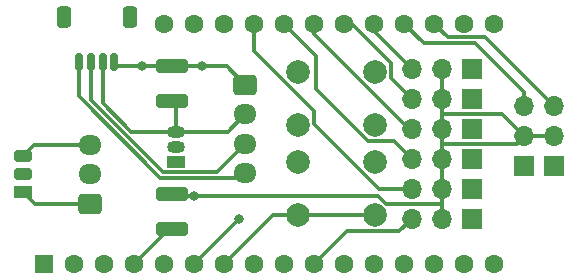
<source format=gbr>
G04 #@! TF.GenerationSoftware,KiCad,Pcbnew,7.0.8*
G04 #@! TF.CreationDate,2023-11-04T12:21:20-07:00*
G04 #@! TF.ProjectId,feather-fc,66656174-6865-4722-9d66-632e6b696361,rev?*
G04 #@! TF.SameCoordinates,Original*
G04 #@! TF.FileFunction,Copper,L1,Top*
G04 #@! TF.FilePolarity,Positive*
%FSLAX46Y46*%
G04 Gerber Fmt 4.6, Leading zero omitted, Abs format (unit mm)*
G04 Created by KiCad (PCBNEW 7.0.8) date 2023-11-04 12:21:20*
%MOMM*%
%LPD*%
G01*
G04 APERTURE LIST*
G04 Aperture macros list*
%AMRoundRect*
0 Rectangle with rounded corners*
0 $1 Rounding radius*
0 $2 $3 $4 $5 $6 $7 $8 $9 X,Y pos of 4 corners*
0 Add a 4 corners polygon primitive as box body*
4,1,4,$2,$3,$4,$5,$6,$7,$8,$9,$2,$3,0*
0 Add four circle primitives for the rounded corners*
1,1,$1+$1,$2,$3*
1,1,$1+$1,$4,$5*
1,1,$1+$1,$6,$7*
1,1,$1+$1,$8,$9*
0 Add four rect primitives between the rounded corners*
20,1,$1+$1,$2,$3,$4,$5,0*
20,1,$1+$1,$4,$5,$6,$7,0*
20,1,$1+$1,$6,$7,$8,$9,0*
20,1,$1+$1,$8,$9,$2,$3,0*%
G04 Aperture macros list end*
G04 #@! TA.AperFunction,ComponentPad*
%ADD10R,1.600000X1.600000*%
G04 #@! TD*
G04 #@! TA.AperFunction,ComponentPad*
%ADD11C,1.600000*%
G04 #@! TD*
G04 #@! TA.AperFunction,ComponentPad*
%ADD12R,1.700000X1.700000*%
G04 #@! TD*
G04 #@! TA.AperFunction,ComponentPad*
%ADD13O,1.700000X1.700000*%
G04 #@! TD*
G04 #@! TA.AperFunction,SMDPad,CuDef*
%ADD14RoundRect,0.250000X1.100000X-0.325000X1.100000X0.325000X-1.100000X0.325000X-1.100000X-0.325000X0*%
G04 #@! TD*
G04 #@! TA.AperFunction,ComponentPad*
%ADD15C,2.000000*%
G04 #@! TD*
G04 #@! TA.AperFunction,ComponentPad*
%ADD16R,1.500000X1.050000*%
G04 #@! TD*
G04 #@! TA.AperFunction,ComponentPad*
%ADD17O,1.500000X1.050000*%
G04 #@! TD*
G04 #@! TA.AperFunction,ComponentPad*
%ADD18RoundRect,0.250000X0.725000X-0.600000X0.725000X0.600000X-0.725000X0.600000X-0.725000X-0.600000X0*%
G04 #@! TD*
G04 #@! TA.AperFunction,ComponentPad*
%ADD19O,1.950000X1.700000*%
G04 #@! TD*
G04 #@! TA.AperFunction,ComponentPad*
%ADD20RoundRect,0.250000X-0.725000X0.600000X-0.725000X-0.600000X0.725000X-0.600000X0.725000X0.600000X0*%
G04 #@! TD*
G04 #@! TA.AperFunction,SMDPad,CuDef*
%ADD21RoundRect,0.250000X-1.100000X0.325000X-1.100000X-0.325000X1.100000X-0.325000X1.100000X0.325000X0*%
G04 #@! TD*
G04 #@! TA.AperFunction,SMDPad,CuDef*
%ADD22RoundRect,0.250000X0.350000X0.650000X-0.350000X0.650000X-0.350000X-0.650000X0.350000X-0.650000X0*%
G04 #@! TD*
G04 #@! TA.AperFunction,SMDPad,CuDef*
%ADD23RoundRect,0.150000X0.150000X0.625000X-0.150000X0.625000X-0.150000X-0.625000X0.150000X-0.625000X0*%
G04 #@! TD*
G04 #@! TA.AperFunction,ComponentPad*
%ADD24R,1.500000X1.000000*%
G04 #@! TD*
G04 #@! TA.AperFunction,ComponentPad*
%ADD25RoundRect,0.250000X0.500000X-0.250000X0.500000X0.250000X-0.500000X0.250000X-0.500000X-0.250000X0*%
G04 #@! TD*
G04 #@! TA.AperFunction,ViaPad*
%ADD26C,0.800000*%
G04 #@! TD*
G04 #@! TA.AperFunction,Conductor*
%ADD27C,0.300000*%
G04 #@! TD*
G04 APERTURE END LIST*
D10*
X31750000Y-46990000D03*
D11*
X34290000Y-46990000D03*
X36830000Y-46990000D03*
X39370000Y-46990000D03*
X41910000Y-46990000D03*
X44450000Y-46990000D03*
X46990000Y-46990000D03*
X49530000Y-46990000D03*
X52070000Y-46990000D03*
X54610000Y-46990000D03*
X57150000Y-46990000D03*
X59690000Y-46990000D03*
X62230000Y-46990000D03*
X64770000Y-46990000D03*
X67310000Y-46990000D03*
X69850000Y-46990000D03*
X69850000Y-26670000D03*
X67310000Y-26670000D03*
X64770000Y-26670000D03*
X62230000Y-26670000D03*
X59690000Y-26670000D03*
X57150000Y-26670000D03*
X54610000Y-26670000D03*
X52070000Y-26670000D03*
X49530000Y-26670000D03*
X46990000Y-26670000D03*
X44450000Y-26670000D03*
X41910000Y-26670000D03*
D12*
X74930000Y-38735000D03*
D13*
X74930000Y-36195000D03*
X74930000Y-33655000D03*
D12*
X67945000Y-30480000D03*
D13*
X65405000Y-30480000D03*
X62865000Y-30480000D03*
D14*
X42545000Y-33225000D03*
X42545000Y-30275000D03*
D12*
X67945000Y-40640000D03*
D13*
X65405000Y-40640000D03*
X62865000Y-40640000D03*
D15*
X59765000Y-42890000D03*
X53265000Y-42890000D03*
X59765000Y-38390000D03*
X53265000Y-38390000D03*
D16*
X42905000Y-38327500D03*
D17*
X42905000Y-37057500D03*
X42905000Y-35787500D03*
D15*
X53265000Y-30770000D03*
X59765000Y-30770000D03*
X53265000Y-35270000D03*
X59765000Y-35270000D03*
D12*
X67945000Y-35560000D03*
D13*
X65405000Y-35560000D03*
X62865000Y-35560000D03*
D18*
X35670000Y-41910000D03*
D19*
X35670000Y-39410000D03*
X35670000Y-36910000D03*
D12*
X67945000Y-43180000D03*
D13*
X65405000Y-43180000D03*
X62865000Y-43180000D03*
D12*
X67945000Y-38100000D03*
D13*
X65405000Y-38100000D03*
X62865000Y-38100000D03*
D12*
X72390000Y-38735000D03*
D13*
X72390000Y-36195000D03*
X72390000Y-33655000D03*
D12*
X67945000Y-33020000D03*
D13*
X65405000Y-33020000D03*
X62865000Y-33020000D03*
D20*
X48785000Y-31810000D03*
D19*
X48785000Y-34310000D03*
X48785000Y-36810000D03*
X48785000Y-39310000D03*
D21*
X42545000Y-41070000D03*
X42545000Y-44020000D03*
D22*
X33395000Y-26065000D03*
X38995000Y-26065000D03*
D23*
X34695000Y-29940000D03*
X35695000Y-29940000D03*
X36695000Y-29940000D03*
X37695000Y-29940000D03*
D24*
X29929000Y-40870000D03*
D25*
X29929000Y-39370000D03*
X29929000Y-37870000D03*
D26*
X44450000Y-41275000D03*
X45085000Y-30275000D03*
X40005000Y-30275000D03*
X48260000Y-43180000D03*
D27*
X65405000Y-41910000D02*
X65405000Y-43180000D01*
X65405000Y-41910000D02*
X60694190Y-41910000D01*
X65405000Y-36830000D02*
X65405000Y-41910000D01*
X60694190Y-41910000D02*
X60059190Y-41275000D01*
X60059190Y-41275000D02*
X42750000Y-41275000D01*
X42750000Y-41275000D02*
X42545000Y-41070000D01*
X65405000Y-30480000D02*
X65405000Y-34290000D01*
X70485000Y-34290000D02*
X65405000Y-34290000D01*
X65405000Y-34290000D02*
X65405000Y-36830000D01*
X72390000Y-36195000D02*
X70485000Y-34290000D01*
X72390000Y-36195000D02*
X71755000Y-36830000D01*
X71755000Y-36830000D02*
X65405000Y-36830000D01*
X48785000Y-34310000D02*
X47307500Y-35787500D01*
X47307500Y-35787500D02*
X42905000Y-35787500D01*
X42905000Y-35787500D02*
X39097106Y-35787500D01*
X39097106Y-35787500D02*
X36695000Y-33385394D01*
X36695000Y-33385394D02*
X36695000Y-29940000D01*
X42905000Y-35787500D02*
X42905000Y-33585000D01*
X42905000Y-33585000D02*
X42545000Y-33225000D01*
X29929000Y-37870000D02*
X30889000Y-36910000D01*
X30889000Y-36910000D02*
X35670000Y-36910000D01*
X61805000Y-44240000D02*
X57360000Y-44240000D01*
X62865000Y-43180000D02*
X61805000Y-44240000D01*
X57360000Y-44240000D02*
X54610000Y-46990000D01*
X36195000Y-41910000D02*
X30969000Y-41910000D01*
X30969000Y-41910000D02*
X29929000Y-40870000D01*
X35695000Y-29940000D02*
X35695000Y-33092500D01*
X46392500Y-39202500D02*
X48785000Y-36810000D01*
X41805000Y-39202500D02*
X46392500Y-39202500D01*
X35695000Y-33092500D02*
X41805000Y-39202500D01*
X34695000Y-32799606D02*
X41597893Y-39702500D01*
X34695000Y-29940000D02*
X34695000Y-32799606D01*
X41597893Y-39702500D02*
X48392500Y-39702500D01*
X48392500Y-39702500D02*
X48785000Y-39310000D01*
X74930000Y-33655000D02*
X69095000Y-27820000D01*
X65920000Y-27820000D02*
X64770000Y-26670000D01*
X69095000Y-27820000D02*
X65920000Y-27820000D01*
X63880000Y-28320000D02*
X62230000Y-26670000D01*
X68257081Y-28320000D02*
X63880000Y-28320000D01*
X72390000Y-33655000D02*
X72390000Y-32452919D01*
X72390000Y-32452919D02*
X68257081Y-28320000D01*
X59690000Y-27305000D02*
X59690000Y-26670000D01*
X62865000Y-30480000D02*
X59690000Y-27305000D01*
X61115000Y-31270000D02*
X61115000Y-30000000D01*
X61115000Y-30000000D02*
X57785000Y-26670000D01*
X57785000Y-26670000D02*
X57150000Y-26670000D01*
X62865000Y-33020000D02*
X61115000Y-31270000D01*
X54610000Y-27524189D02*
X54610000Y-26670000D01*
X62645811Y-35560000D02*
X54610000Y-27524189D01*
X62865000Y-35560000D02*
X62645811Y-35560000D01*
X54781852Y-29381852D02*
X52070000Y-26670000D01*
X54781852Y-32196041D02*
X54781852Y-29381852D01*
X62865000Y-38100000D02*
X61385000Y-36620000D01*
X59205811Y-36620000D02*
X54781852Y-32196041D01*
X61385000Y-36620000D02*
X59205811Y-36620000D01*
X54615000Y-34029189D02*
X49530000Y-28944189D01*
X54615000Y-35149189D02*
X54615000Y-34029189D01*
X49530000Y-28944189D02*
X49530000Y-26670000D01*
X62865000Y-40640000D02*
X60105811Y-40640000D01*
X60105811Y-40640000D02*
X54615000Y-35149189D01*
X74930000Y-36195000D02*
X72390000Y-36195000D01*
X42252500Y-44107500D02*
X39370000Y-46990000D01*
X38030000Y-30275000D02*
X37695000Y-29940000D01*
X42545000Y-44107500D02*
X42252500Y-44107500D01*
X42545000Y-30275000D02*
X45085000Y-30275000D01*
X40005000Y-30275000D02*
X38030000Y-30275000D01*
X47250000Y-30275000D02*
X45085000Y-30275000D01*
X42545000Y-30275000D02*
X40005000Y-30275000D01*
X48785000Y-31810000D02*
X47250000Y-30275000D01*
X44450000Y-46990000D02*
X48260000Y-43180000D01*
X46990000Y-46990000D02*
X51090000Y-42890000D01*
X51090000Y-42890000D02*
X53265000Y-42890000D01*
X53265000Y-42890000D02*
X59765000Y-42890000D01*
M02*

</source>
